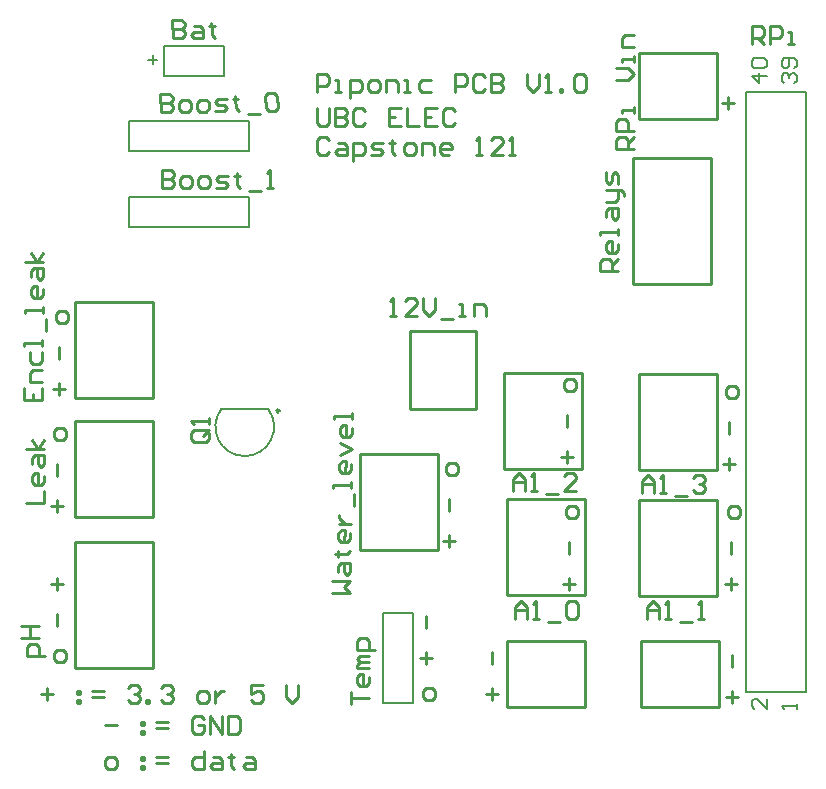
<source format=gbr>
%TF.GenerationSoftware,Altium Limited,Altium Designer,18.1.11 (251)*%
G04 Layer_Color=65535*
%FSLAX45Y45*%
%MOMM*%
%TF.FileFunction,Legend,Top*%
%TF.Part,Single*%
G01*
G75*
%TA.AperFunction,NonConductor*%
%ADD42C,0.25000*%
%ADD43C,0.20000*%
%ADD44C,0.25400*%
%ADD62C,0.20320*%
%ADD63C,0.15000*%
D42*
X2468404Y2890900D02*
G03*
X2468404Y2890900I-12500J0D01*
G01*
D43*
X2370904Y2905897D02*
X1974908D01*
X1974906Y2905900D02*
G03*
X2370902Y2905900I197998J-150000D01*
G01*
X2209800Y4445000D02*
Y4699000D01*
X1193800D01*
Y4445000D01*
X2209800D01*
Y5092700D02*
Y5346700D01*
X1193800D01*
Y5092700D01*
X2209800D01*
X1993900Y5727700D02*
Y5981700D01*
X1485900D01*
Y5727700D01*
X1993900D01*
X3340100Y1181100D02*
X3594100D01*
Y419100D01*
X3340100D01*
Y1181100D01*
X6413500Y508000D02*
X6921500D01*
Y5588000D01*
X6413500D01*
Y508000D01*
D44*
X444500Y495275D02*
X546067D01*
X749201D02*
Y520667D01*
X774593D01*
Y495275D01*
X749201D01*
Y444492D02*
X774593D01*
Y419100D01*
X749201D01*
Y444492D01*
X990600Y228575D02*
X1092167D01*
Y-63525D02*
X1066775Y-38133D01*
X1015992D01*
X990600Y-63525D01*
Y-114308D01*
X1015992Y-139700D01*
X1066775D01*
X1092167Y-114308D01*
Y-63525D01*
X1295301D02*
Y-38133D01*
X1320693D01*
Y-63525D01*
X1295301D01*
Y-114308D02*
X1320693D01*
Y-139700D01*
X1295301D01*
Y-114308D01*
X1422260Y-88917D02*
X1523828D01*
Y-38133D02*
X1422260D01*
X1726962Y-63525D02*
X1752354Y-38133D01*
X1828529D01*
X1904704D02*
X1955488D01*
X1980880Y-63525D01*
Y-139700D01*
X1904704D01*
X1879312Y-114308D01*
X1904704Y-88917D01*
X1980880D01*
X1828529Y-139700D02*
X1752354D01*
X1726962Y-114308D01*
Y-63525D01*
X1828529Y-139700D02*
Y12651D01*
X1803137Y152400D02*
X1828529Y177792D01*
Y228575D01*
X1777745D01*
X1803137Y152400D02*
X1752354D01*
X1726962Y177792D01*
Y279359D01*
X1752354Y304751D01*
X1803137D01*
X1828529Y279359D01*
X1879312Y304751D02*
X1980880Y152400D01*
Y304751D01*
X1879312D02*
Y152400D01*
X2031663Y-38133D02*
X2082447D01*
X2057055D01*
X2031663D01*
X2057055D02*
Y-114308D01*
X2082447Y-139700D01*
X2184014D02*
X2158622Y-114308D01*
X2184014Y-88917D01*
X2260189D01*
Y-63525D02*
Y-139700D01*
X2184014D01*
Y-38133D02*
X2234797D01*
X2260189Y-63525D01*
X2057055Y-38133D02*
Y-12741D01*
X2031663Y152400D02*
X2107839D01*
X2133230Y177792D01*
Y279359D01*
X2107839Y304751D01*
X2031663D01*
Y152400D01*
X2298100Y419100D02*
X2247317D01*
X2221925Y444492D01*
Y495275D02*
X2272708Y520667D01*
X2298100D01*
X2323492Y495275D01*
Y444492D01*
X2298100Y419100D01*
X2526626Y469883D02*
X2577410Y419100D01*
X2628194Y469883D01*
Y571451D01*
X2526626D02*
Y469883D01*
X2323492Y571451D02*
X2221925D01*
Y495275D01*
X1993399Y520667D02*
X1968007D01*
X1942615Y495275D01*
X1917223Y469883D01*
Y419100D01*
Y520667D01*
X1841048D02*
X1790265D01*
X1764873Y495275D01*
Y444492D01*
X1790265Y419100D01*
X1841048D01*
X1866440Y444492D01*
Y495275D01*
X1841048Y520667D01*
X1561739D02*
X1536347Y495275D01*
X1510955D01*
X1536347D01*
X1561739Y469883D01*
Y444492D01*
X1536347Y419100D01*
X1485563D01*
X1460171Y444492D01*
X1358604D02*
Y419100D01*
X1333212D01*
Y444492D01*
X1358604D01*
X1282429D02*
X1257037Y419100D01*
X1206254D01*
X1180862Y444492D01*
X1231645Y495275D02*
X1257037D01*
X1231645D01*
X1257037D02*
X1282429Y469883D01*
Y444492D01*
X1295301Y253967D02*
X1320693D01*
Y228575D01*
X1295301D01*
Y253967D01*
Y177792D02*
X1320693D01*
Y152400D01*
X1295301D01*
Y177792D01*
X1422260Y203183D02*
X1523828D01*
Y253967D02*
X1422260D01*
X1257037Y495275D02*
X1282429Y520667D01*
Y546059D01*
X1257037Y571451D01*
X1206254D01*
X1180862Y546059D01*
X1460171D02*
X1485563Y571451D01*
X1536347D01*
X1561739Y546059D01*
Y520667D01*
X1397000Y711200D02*
Y1752600D01*
Y1778000D01*
X736600D01*
Y711200D01*
X1397000D01*
X977728Y520667D02*
X876160D01*
Y469883D02*
X977728D01*
X660400Y787392D02*
Y838175D01*
X635008Y863567D01*
X584225D01*
X558833Y838175D01*
Y787392D01*
X584225Y762000D01*
X635008D01*
X660400Y787392D01*
X584225Y1066701D02*
Y1168269D01*
Y1371403D02*
Y1472970D01*
X533441Y1422186D02*
X635008D01*
X433199Y1066714D02*
X280851Y1067554D01*
X357025Y1067134D01*
X356465Y965568D01*
X432639Y965148D01*
X280291Y965988D01*
X330654Y889534D02*
X356185Y914785D01*
X406968Y914506D01*
X432220Y888974D01*
X431800Y812800D01*
X482583Y812520D02*
X330234Y813360D01*
X330654Y889534D01*
X495283Y546059D02*
Y444492D01*
X1397000Y1993900D02*
Y2806700D01*
X736600D01*
Y1993900D01*
X1397000D01*
X1841508Y2628900D02*
X1866900Y2654292D01*
Y2705075D01*
X1841508Y2730467D01*
X1739941D01*
X1714549Y2705075D01*
Y2654292D01*
X1739941Y2628900D01*
X1841508D01*
X1816117Y2679683D02*
X1866900Y2730467D01*
Y2781251D02*
Y2832034D01*
Y2806643D01*
X1714549D01*
X1739941Y2781251D01*
X1397000Y2997200D02*
Y3810000D01*
X736600D01*
Y2997200D01*
X1397000D01*
X673202Y3657395D02*
Y3708178D01*
X647810Y3733570D01*
X597026D01*
X571634Y3708178D01*
Y3657395D01*
X597026Y3632003D01*
X647810D01*
X673202Y3657395D01*
X597026Y3428869D02*
Y3327301D01*
Y3124167D02*
Y3022600D01*
X584225Y2742970D02*
X558833Y2717578D01*
Y2666795D01*
X584225Y2641403D01*
X635008D01*
X660400Y2666795D01*
Y2717578D01*
X635008Y2742970D01*
X584225D01*
Y2438269D02*
Y2336701D01*
Y2133567D02*
Y2032000D01*
X533441Y2082783D02*
X635008D01*
X469900Y2336726D02*
Y2285943D01*
X444508Y2260551D01*
X393725D01*
X368333Y2285943D01*
Y2336726D01*
X393725Y2362118D01*
X419117D01*
Y2260551D01*
X469900Y2209767D02*
Y2108200D01*
X317549D01*
X368333Y2438293D02*
Y2489077D01*
X393725Y2514469D01*
X469900D01*
Y2438293D01*
X444508Y2412901D01*
X419117Y2438293D01*
Y2514469D01*
Y2565252D02*
X368333Y2641428D01*
X469900D02*
X419117Y2565252D01*
X469900D02*
X317549D01*
X304852Y2985461D02*
X457200Y2984500D01*
X457841Y3086065D01*
X458161Y3136848D02*
X356596Y3137489D01*
X357077Y3213662D01*
X382628Y3238893D01*
X458802Y3238413D01*
X433731Y3289356D02*
X459283Y3314587D01*
X459763Y3390761D01*
X460084Y3441543D02*
X460404Y3492326D01*
X460244Y3466934D01*
X307896Y3467896D01*
X307736Y3442504D01*
X358198Y3391401D02*
X357717Y3315228D01*
X382948Y3289676D01*
X433731Y3289356D01*
X305493Y3087026D02*
X304852Y2985461D01*
X381026Y2984981D02*
X381346Y3035763D01*
X546243Y3073383D02*
X647810D01*
X486276Y3568339D02*
X486917Y3669905D01*
X461846Y3720847D02*
X462166Y3771629D01*
X462006Y3746238D01*
X309658Y3747200D01*
X309498Y3721808D01*
X386473Y3848284D02*
X361242Y3873836D01*
X361562Y3924618D01*
X387114Y3949849D01*
X412505Y3949689D01*
X411864Y3848124D01*
X437255Y3847964D02*
X386473Y3848284D01*
X437255Y3847964D02*
X462807Y3873195D01*
X463127Y3923977D01*
X438217Y4000311D02*
X412986Y4025863D01*
X413466Y4102037D01*
X388075Y4102197D02*
X464249Y4101716D01*
X463768Y4025542D01*
X438217Y4000311D01*
X362203Y4026183D02*
X362523Y4076966D01*
X388075Y4102197D01*
X413787Y4152819D02*
X363484Y4229313D01*
X465050Y4228673D02*
X413787Y4152819D01*
X464569Y4152499D02*
X312221Y4153460D01*
X1473200Y4775200D02*
X1549375Y4775492D01*
X1574669Y4800981D01*
X1574572Y4826372D01*
X1549083Y4851667D01*
X1472908Y4851375D01*
X1549083Y4851667D01*
X1574377Y4877156D01*
X1574280Y4902547D01*
X1548791Y4927842D01*
X1472616Y4927550D01*
X1473200Y4775200D01*
X1625452Y4801175D02*
X1650941Y4775881D01*
X1701724Y4776076D01*
X1727019Y4801564D01*
X1726824Y4852348D01*
X1701335Y4877642D01*
X1650552Y4877447D01*
X1625258Y4851959D01*
X1625452Y4801175D01*
X1777802Y4801759D02*
X1803291Y4776465D01*
X1854074Y4776659D01*
X1879368Y4802148D01*
X1879174Y4852931D01*
X1853685Y4878226D01*
X1802902Y4878031D01*
X1777607Y4852542D01*
X1777802Y4801759D01*
X1930249Y4776951D02*
X2006424Y4777243D01*
X2031718Y4802732D01*
X2006229Y4828026D01*
X1955446Y4827832D01*
X1929957Y4853126D01*
X1955251Y4878615D01*
X2031426Y4878907D01*
X2082209Y4879101D02*
X2132992Y4879296D01*
X2107601Y4879199D01*
X2082209Y4879101D01*
X2107601Y4879199D02*
X2107893Y4803024D01*
X2133382Y4777729D01*
X2209654Y4752630D02*
X2311220Y4753019D01*
X2361906Y4778605D02*
X2412689Y4778799D01*
X2387298Y4778702D01*
X2386714Y4931052D01*
X2361419Y4905563D01*
X2107504Y4904590D02*
X2107601Y4879199D01*
X2298535Y5401300D02*
X2196969Y5400840D01*
X2120680Y5425887D02*
X2095173Y5451164D01*
X2094829Y5527338D01*
X2069437Y5527224D01*
X2120220Y5527454D01*
X2094829Y5527338D01*
X2094714Y5552730D01*
X2348629Y5553879D02*
X2373906Y5579385D01*
X2424689Y5579615D01*
X2450195Y5554338D01*
X2450655Y5452772D01*
X2425378Y5427266D01*
X2374595Y5427036D01*
X2349089Y5452313D01*
X2348629Y5553879D01*
X2781300Y5079975D02*
X2806692Y5054583D01*
X2857475D01*
X2882867Y5079975D01*
X2933651D02*
X2959043Y5105367D01*
X3035218D01*
Y5130759D02*
Y5054583D01*
X2959043D01*
X2933651Y5079975D01*
X2781300D02*
Y5181542D01*
X2806692Y5206934D01*
X2857475D01*
X2882867Y5181542D01*
X2959043Y5156151D02*
X3009826D01*
X3035218Y5130759D01*
X3009826Y5298364D02*
X3035218Y5323756D01*
Y5349148D01*
X3009826Y5374540D01*
X2933651D01*
X3009826D01*
X3035218Y5399932D01*
Y5425323D01*
X3009826Y5450715D01*
X2933651D01*
Y5298364D01*
X3009826D01*
X2857475D02*
X2882867Y5323756D01*
Y5450715D01*
X2781300D02*
Y5323756D01*
X2806692Y5298364D01*
X2857475D01*
X3086001Y5054583D02*
X3162177D01*
X3187569Y5079975D01*
Y5130759D01*
X3162177Y5156151D01*
X3086001D01*
Y5003800D01*
X3238352Y5054583D02*
X3314528D01*
X3339919Y5079975D01*
X3314528Y5105367D01*
X3263744D01*
X3238352Y5130759D01*
X3263744Y5156151D01*
X3339919D01*
X3390703D02*
X3441486D01*
X3416095D01*
X3390703D01*
X3416095D02*
Y5079975D01*
X3441486Y5054583D01*
X3543054D02*
X3593837D01*
X3619229Y5079975D01*
Y5130759D01*
X3593837Y5156151D01*
X3543054D01*
X3517662Y5130759D01*
Y5079975D01*
X3543054Y5054583D01*
X3670012D02*
Y5156151D01*
X3746188D01*
X3771580Y5130759D01*
Y5054583D01*
X3847755D02*
X3822363Y5079975D01*
Y5130759D01*
X3847755Y5156151D01*
X3898539D01*
X3923930Y5130759D01*
Y5105367D01*
X3822363D01*
X3847755Y5323756D02*
X3873147Y5298364D01*
X3923930D01*
X3949322Y5323756D01*
X3847755D02*
Y5425323D01*
X3873147Y5450715D01*
X3923930D01*
X3949322Y5425323D01*
X4152457Y5206934D02*
X4127065Y5181542D01*
X4152457Y5206934D02*
Y5054583D01*
X4177848D01*
X4127065D01*
X4254023D02*
X4355591Y5156151D01*
Y5181542D01*
X4330199Y5206934D01*
X4279415D01*
X4254023Y5181542D01*
Y5054583D02*
X4355591D01*
X4406374D02*
X4457158D01*
X4431766D01*
Y5206934D01*
X4406374Y5181542D01*
X4838035Y5592929D02*
Y5618320D01*
X4863426D01*
Y5592929D01*
X4838035D01*
X4990385D02*
X4964993Y5618320D01*
Y5719887D01*
X4990385Y5745279D01*
X5041169D01*
X5066561Y5719887D01*
Y5618320D01*
X5041169Y5592929D01*
X4990385D01*
X5314999Y5338469D02*
X5340391Y5363861D01*
X5391175D01*
X5416567Y5338469D01*
Y5262294D01*
X5467350D02*
X5314999D01*
Y5338469D01*
Y5186119D02*
X5340391Y5211511D01*
X5391175D01*
X5416567Y5186119D01*
Y5109943D01*
X5467350D02*
X5314999D01*
Y5186119D01*
X5308608Y4914629D02*
X5283217Y4889237D01*
Y4838454D01*
X5257825Y4813062D01*
X5232433Y4838454D01*
Y4914629D01*
X5308608D02*
X5334000Y4889237D01*
Y4813062D01*
Y4762278D02*
X5359392D01*
X5384783Y4736886D01*
Y4711495D01*
X5334000Y4686103D02*
Y4762278D01*
X5232433D01*
Y4660711D02*
X5308608D01*
X5334000Y4686103D01*
Y4609928D02*
Y4533752D01*
X5308608Y4508360D01*
X5283217Y4533752D01*
Y4609928D01*
X5257825D02*
X5334000D01*
Y4432185D02*
Y4406793D01*
X5181649D01*
Y4381401D01*
X5257825Y4330618D02*
X5283217D01*
Y4229051D01*
X5308608D02*
X5257825D01*
X5232433Y4254443D01*
Y4305226D01*
X5257825Y4330618D01*
X5232433Y4533752D02*
Y4584536D01*
X5257825Y4609928D01*
X5334000Y4432185D02*
Y4381401D01*
Y4305226D02*
Y4254443D01*
X5308608Y4229051D01*
X5257825Y4178267D02*
X5283217Y4152875D01*
Y4076700D01*
Y4127483D02*
X5334000Y4178267D01*
Y4076700D02*
X5181649D01*
Y4152875D01*
X5207041Y4178267D01*
X5257825D01*
X5461000Y3962400D02*
Y5029200D01*
X6121400D01*
Y3962400D01*
X5461000D01*
X5029200Y3212998D02*
X4368800D01*
Y2400198D01*
X5029200D01*
Y3212998D01*
X4978502Y3136678D02*
X4953110Y3162070D01*
X4902326D01*
X4876934Y3136678D01*
Y3085895D01*
X4902326Y3060503D01*
X4953110D01*
X4978502Y3085895D01*
Y3136678D01*
X4902326Y2857369D02*
Y2755801D01*
Y2552667D02*
Y2451100D01*
X4902052Y2362151D02*
X4876660Y2336759D01*
X4902052Y2362151D02*
X4952836D01*
X4978228Y2336759D01*
Y2311367D01*
X4876660Y2209800D01*
X4978228D01*
X4965708Y2082570D02*
X4914925D01*
X4889533Y2057178D01*
Y2006395D01*
X4914925Y1981003D01*
X4965708D01*
X4991100Y2006395D01*
Y2057178D01*
X4965708Y2082570D01*
X5054600Y2146300D02*
Y1333500D01*
X4394200D01*
Y2146300D01*
X5054600D01*
X4825877Y2184408D02*
X4724310D01*
X4648134Y2209800D02*
X4622743D01*
Y2362151D01*
X4597351Y2336759D01*
Y2209800D02*
X4648134D01*
X4851543Y2501883D02*
X4953110D01*
X5537200Y2273275D02*
X5638767D01*
Y2197100D01*
Y2298667D01*
X5587983Y2349451D01*
X5537200Y2298667D01*
Y2197100D01*
X5511800Y2133600D02*
X6172200D01*
Y1320800D01*
X5511800D01*
Y2133600D01*
X5689551Y2197100D02*
X5740334D01*
X5714943D01*
Y2349451D01*
X5689551Y2324059D01*
X5816510Y2171708D02*
X5918077D01*
X5994252Y2197100D02*
X5968860Y2222492D01*
X5994252Y2197100D02*
X6045036D01*
X6070428Y2222492D01*
Y2247883D01*
X6045036Y2273275D01*
X6019644D01*
X6045036D01*
X6070428Y2298667D01*
Y2324059D01*
X6045036Y2349451D01*
X5994252D01*
X5968860Y2324059D01*
X6286525Y2082570D02*
X6261133Y2057178D01*
Y2006395D01*
X6286525Y1981003D01*
X6337308D01*
X6362700Y2006395D01*
Y2057178D01*
X6337308Y2082570D01*
X6286525D01*
X6273926Y2387600D02*
Y2489167D01*
X6223143Y2438383D02*
X6324710D01*
X6172200Y2387600D02*
Y3200400D01*
X5511800D01*
Y2387600D01*
X6172200D01*
X6273926Y2692301D02*
Y2793869D01*
X6350102Y3022395D02*
Y3073178D01*
X6324710Y3098570D01*
X6273926D01*
X6248534Y3073178D01*
Y3022395D01*
X6273926Y2997003D01*
X6324710D01*
X6350102Y3022395D01*
X6286525Y1777869D02*
Y1676301D01*
Y1473167D02*
Y1371600D01*
X6235741Y1422383D02*
X6337308D01*
X6184900Y939800D02*
Y381000D01*
X5524500D01*
Y939800D01*
X6184900D01*
X6299225Y825369D02*
Y723801D01*
Y520667D02*
Y419100D01*
X6248441Y469883D02*
X6350008D01*
X6057744Y1130300D02*
X6032352D01*
Y1282651D01*
X6006960Y1257259D01*
Y1130300D02*
X6057744D01*
X5956177Y1104908D02*
X5854610D01*
X5753043Y1282651D02*
X5727651Y1257259D01*
X5676867Y1231867D02*
Y1130300D01*
Y1206475D01*
X5575300D01*
Y1231867D02*
X5626083Y1282651D01*
X5676867Y1231867D01*
X5575300D02*
Y1130300D01*
X5727651D02*
X5778434D01*
X5753043D01*
Y1282651D01*
X4914925Y1676301D02*
Y1777869D01*
Y1473167D02*
Y1371600D01*
X4914752Y1282651D02*
X4965536D01*
X4990928Y1257259D01*
Y1155692D01*
X4965536Y1130300D01*
X4914752D01*
X4889360Y1155692D01*
Y1257259D01*
X4914752Y1282651D01*
X4864141Y1422383D02*
X4965708D01*
X4838577Y1104908D02*
X4737010D01*
X4660834Y1130300D02*
X4635443D01*
Y1282651D01*
X4610051Y1257259D01*
Y1130300D02*
X4660834D01*
X5054600Y939800D02*
Y381000D01*
X4394200D01*
Y939800D01*
X5054600D01*
X4508483Y1282651D02*
X4559267Y1231867D01*
Y1130300D01*
Y1206475D01*
X4457700D01*
Y1231867D02*
X4508483Y1282651D01*
X4457700Y1231867D02*
Y1130300D01*
X4267225Y850769D02*
Y749201D01*
Y546067D02*
Y444500D01*
X4216441Y495283D02*
X4318008D01*
X3708425Y1053903D02*
Y1155470D01*
Y850769D02*
Y749201D01*
Y546067D02*
X3683033Y520675D01*
Y469892D01*
X3708425Y444500D01*
X3759208D01*
X3784600Y469892D01*
Y520675D01*
X3759208Y546067D01*
X3708425D01*
X3657641Y799985D02*
X3759208D01*
X3060700Y1346200D02*
X3010669Y1397725D01*
X3062194Y1447756D01*
X2909859Y1449996D01*
X2908366Y1348440D02*
X3060700Y1346200D01*
X3037551Y1498908D02*
X3012536Y1524670D01*
X3013656Y1600837D01*
X2988267Y1601211D02*
X3064434Y1600091D01*
X3063314Y1523923D01*
X3037551Y1498908D01*
X3040165Y1676631D02*
X3065927Y1701647D01*
X3040165Y1676631D02*
X2963998Y1677751D01*
X2963624Y1652362D01*
X2964371Y1703140D01*
X2963998Y1677751D01*
X2938609Y1678124D01*
X2962504Y1576195D02*
X2988267Y1601211D01*
X2962504Y1576195D02*
X2961757Y1525417D01*
X3149600Y1714400D02*
Y2527200D01*
X3810000D01*
Y1714400D01*
X3149600D01*
X3067421Y1803203D02*
X3041658Y1778187D01*
X2990880Y1778934D01*
X2965864Y1804696D01*
X2966611Y1855474D01*
X2992373Y1880490D01*
X3017763Y1880117D01*
X3016269Y1778560D01*
X3018509Y1930895D02*
X2993494Y1956657D01*
X2968478Y1982419D01*
X2968851Y2007809D01*
X2967731Y1931641D02*
X3069287Y1930148D01*
X3018509Y1930895D01*
X3068167Y1853981D02*
X3067421Y1803203D01*
X3096917Y2082109D02*
X3098410Y2183665D01*
X3073768Y2234816D02*
X3074515Y2285594D01*
X3074141Y2260206D01*
X2921807Y2262446D01*
X2921434Y2237056D01*
X3050246Y2362135D02*
X2999467Y2362882D01*
X2974452Y2388644D01*
X2975199Y2439422D01*
X3000961Y2464438D01*
X3026350Y2464064D01*
X3024857Y2362508D01*
X2976319Y2515589D02*
X3078621Y2564874D01*
X2977812Y2617145D01*
X3003948Y2667550D02*
X2978932Y2693313D01*
X2979679Y2744091D01*
X3005441Y2769106D01*
X3030831Y2768733D01*
X3029337Y2667177D01*
X3003948Y2667550D02*
X3054726Y2666803D01*
X3080488Y2691819D01*
X3081235Y2742597D01*
X3076755Y2437929D02*
X3076008Y2387151D01*
X3050246Y2362135D01*
X3568700Y2908300D02*
Y3568700D01*
X4127500D01*
Y2908300D01*
X3568700D01*
X3899026Y2450870D02*
X3873634Y2425478D01*
Y2374695D01*
X3899026Y2349303D01*
X3949810D01*
X3975202Y2374695D01*
Y2425478D01*
X3949810Y2450870D01*
X3899026D01*
Y2146169D02*
Y2044601D01*
Y1841467D02*
Y1739900D01*
X3848243Y1790683D02*
X3949810D01*
X4445000Y2209800D02*
Y2311367D01*
X4495783Y2362151D01*
X4546567Y2311367D01*
Y2209800D01*
Y2285975D01*
X4445000D01*
X3082355Y2818764D02*
X3083102Y2869542D01*
X3082729Y2844153D01*
X2930394Y2846394D01*
X2930021Y2821005D01*
X3632126Y3695700D02*
X3530559D01*
X3632126Y3797267D01*
Y3822659D01*
X3606734Y3848051D01*
X3555951D01*
X3530559Y3822659D01*
X3428992Y3848051D02*
X3403600Y3822659D01*
X3428992Y3848051D02*
Y3695700D01*
X3454383D01*
X3403600D01*
X3682910Y3746483D02*
X3733693Y3695700D01*
X3784477Y3746483D01*
Y3848051D01*
X3682910D02*
Y3746483D01*
X3835260Y3670308D02*
X3936828D01*
X3987611Y3695700D02*
X4038395D01*
X4013003D01*
Y3797267D01*
X3987611D01*
X4114570D02*
X4190745D01*
X4216137Y3771875D01*
Y3695700D01*
X4114570D02*
Y3797267D01*
X3898539Y5054583D02*
X3847755D01*
X3796972Y5298364D02*
X3695404D01*
Y5450715D01*
X3796972D01*
X3746188Y5374540D02*
X3695404D01*
X3644621Y5298364D02*
X3543054D01*
Y5450715D01*
X3492270D02*
X3390703D01*
Y5298364D01*
X3492270D01*
X3416095Y5181542D02*
Y5156151D01*
X3441486Y5374540D02*
X3390703D01*
X3568445Y5592929D02*
X3543054D01*
Y5694496D01*
X3517662D01*
X3441486D02*
X3466878Y5669104D01*
Y5592929D01*
X3517662D02*
X3568445D01*
X3644621Y5618320D02*
X3670012Y5592929D01*
X3746188D01*
Y5694496D02*
X3670012D01*
X3644621Y5669104D01*
Y5618320D01*
X3949322Y5643712D02*
X4025497D01*
X4050889Y5669104D01*
Y5719887D01*
X4025497Y5745279D01*
X3949322D01*
Y5592929D01*
X4101673Y5618320D02*
X4127065Y5592929D01*
X4177848D01*
X4203240Y5618320D01*
X4254023Y5592929D02*
X4330199D01*
X4355591Y5618320D01*
Y5643712D01*
X4330199Y5669104D01*
X4254023D01*
X4330199D01*
X4355591Y5694496D01*
Y5719887D01*
X4330199Y5745279D01*
X4254023D01*
Y5592929D01*
X4203240Y5719887D02*
X4177848Y5745279D01*
X4127065D01*
X4101673Y5719887D01*
Y5618320D01*
X4558725Y5643712D02*
X4609508Y5592929D01*
X4660292Y5643712D01*
Y5745279D01*
X4736468D02*
X4711076Y5719887D01*
X4736468Y5745279D02*
Y5592929D01*
X4761859D01*
X4711076D01*
X4558725Y5643712D02*
Y5745279D01*
X5314999Y5795522D02*
X5416567D01*
X5467350Y5744738D01*
X5416567Y5693954D01*
X5314999D01*
X5365783Y5440037D02*
Y5414645D01*
Y5440037D02*
X5467350D01*
Y5465428D01*
Y5414645D01*
X5511800Y5359400D02*
X6172200D01*
Y5918200D01*
X5511800D01*
Y5359400D01*
X5467350Y5211511D02*
X5416567Y5160727D01*
X6210300Y5496115D02*
X6311867D01*
X6261083Y5546899D02*
Y5445332D01*
X6616651Y5994400D02*
Y6146751D01*
X6692826D01*
X6718218Y6121359D01*
Y6070575D01*
X6692826Y6045183D01*
X6616651D01*
X6769001Y5994400D02*
X6819785D01*
X6794393D01*
Y6095967D01*
X6769001D01*
X6565867Y6121359D02*
Y6070575D01*
X6540475Y6045183D01*
X6464300D01*
Y5994400D02*
Y6146751D01*
X6540475D01*
X6565867Y6121359D01*
Y5994400D02*
X6515083Y6045183D01*
X5467350Y6074831D02*
X5391175D01*
X5365783Y6049439D01*
Y5973264D01*
X5467350D01*
Y5897089D02*
Y5871697D01*
X5365783D01*
Y5846305D01*
X5467350D02*
Y5897089D01*
X3441486Y5694496D02*
X3365311D01*
Y5592929D01*
X3314528Y5618320D02*
Y5669104D01*
X3289136Y5694496D01*
X3238352D01*
X3212960Y5669104D01*
Y5618320D01*
X3238352Y5592929D01*
X3289136D01*
X3314528Y5618320D01*
X3162177D02*
X3136785Y5592929D01*
X3060610D01*
Y5694496D02*
X3136785D01*
X3162177Y5669104D01*
Y5618320D01*
X3060610Y5694496D02*
Y5542145D01*
X3111393Y5450715D02*
X3086001Y5425323D01*
Y5323756D01*
X3111393Y5298364D01*
X3162177D01*
X3187569Y5323756D01*
Y5425323D02*
X3162177Y5450715D01*
X3111393D01*
X2984434Y5592929D02*
X2959043D01*
Y5694496D01*
X2933651D01*
X2882867Y5719887D02*
Y5669104D01*
X2857475Y5643712D01*
X2781300D01*
Y5592929D02*
Y5745279D01*
X2857475D01*
X2882867Y5719887D01*
X2933651Y5592929D02*
X2984434D01*
X1917075Y6148535D02*
X1891684Y6148408D01*
X1866292Y6148282D01*
X1917075Y6148535D01*
X1891684Y6148408D02*
X1892063Y6072234D01*
X1917581Y6046969D01*
X1816015Y6046463D02*
X1739840Y6046084D01*
X1714322Y6071350D01*
X1739588Y6096867D01*
X1815762Y6097246D01*
X1815636Y6122638D02*
X1816015Y6046463D01*
X1815636Y6122638D02*
X1790118Y6147903D01*
X1739335Y6147650D01*
X1663161Y6147271D02*
X1663034Y6172663D01*
X1637516Y6197928D01*
X1561342Y6197549D01*
X1562100Y6045200D01*
X1638274Y6045579D01*
X1663540Y6071097D01*
X1663413Y6096488D01*
X1637895Y6121753D01*
X1561721Y6121374D01*
X1637895Y6121753D01*
X1663161Y6147271D01*
X1891684Y6148408D02*
X1891558Y6173799D01*
X1459811Y5575249D02*
X1460500Y5422900D01*
X1536675Y5423245D01*
X1561951Y5448751D01*
X1561836Y5474142D01*
X1536330Y5499419D01*
X1460155Y5499075D01*
X1536330Y5499419D01*
X1561607Y5524926D01*
X1561492Y5550317D01*
X1535985Y5575594D01*
X1459811Y5575249D01*
X1637781Y5525270D02*
X1612505Y5499764D01*
X1612734Y5448981D01*
X1638241Y5423704D01*
X1689024Y5423934D01*
X1714300Y5449440D01*
X1714071Y5500223D01*
X1688564Y5525500D01*
X1637781Y5525270D01*
X1764854Y5500453D02*
X1765083Y5449670D01*
X1790590Y5424394D01*
X1841373Y5424623D01*
X1866650Y5450130D01*
X1866420Y5500913D01*
X1840913Y5526190D01*
X1790130Y5525960D01*
X1764854Y5500453D01*
X1917203Y5501143D02*
X1942479Y5526649D01*
X2018654Y5526994D01*
X1993492Y5476096D02*
X1942709Y5475866D01*
X1917203Y5501143D01*
X1917548Y5424968D02*
X1993722Y5425313D01*
X2018999Y5450819D01*
X1993492Y5476096D01*
X3124233Y939628D02*
X3149625Y965019D01*
X3200408D01*
X3225800Y939628D01*
Y863452D01*
X3276583D02*
X3124233D01*
Y939628D01*
Y787277D02*
X3149625Y812669D01*
X3225800D01*
X3124233Y787277D02*
X3149625Y761885D01*
X3225800D01*
X3149625D01*
X3124233Y736493D01*
Y711101D01*
X3225800D01*
Y634926D02*
Y584143D01*
X3200408Y558751D01*
X3149625D01*
X3124233Y584143D01*
Y634926D01*
X3149625Y660318D01*
X3175017D01*
Y558751D01*
X3073449Y507967D02*
Y457183D01*
X3225800D01*
X3073449Y406400D02*
Y507967D01*
D62*
X6464341Y389460D02*
X6485501Y368300D01*
X6464341Y389460D02*
Y431779D01*
X6485501Y452939D01*
X6506661D01*
X6591300Y368300D01*
Y452939D01*
X6718341Y389460D02*
X6739501Y368300D01*
X6718341Y389460D02*
X6845300D01*
Y410620D01*
Y368300D01*
Y5685360D02*
X6824140Y5664200D01*
X6739501D02*
X6718341Y5685360D01*
Y5727679D01*
X6739501Y5748839D01*
X6760661D01*
X6781821Y5727679D01*
Y5706520D01*
Y5727679D01*
X6802980Y5748839D01*
X6824140D01*
X6845300Y5727679D01*
Y5685360D01*
Y5812319D02*
Y5854638D01*
X6824140Y5875798D01*
X6739501D01*
X6718341Y5854638D01*
Y5812319D01*
X6739501Y5791159D01*
X6760661D01*
X6781821Y5812319D01*
Y5875798D01*
X6591300Y5854638D02*
Y5812319D01*
X6570140Y5791159D01*
X6485501D01*
X6464341Y5812319D01*
Y5854638D01*
X6485501Y5875798D01*
X6570140D01*
X6591300Y5854638D01*
Y5727679D02*
X6464341D01*
X6527821Y5664200D01*
Y5748839D01*
X6824140Y5791159D02*
X6845300Y5812319D01*
D63*
X1393621Y5823060D02*
Y5899702D01*
X1355300Y5861381D02*
X1431942D01*
%TF.MD5,cf48fe3c70b14f7408861fb0b93dd2d6*%
M02*

</source>
